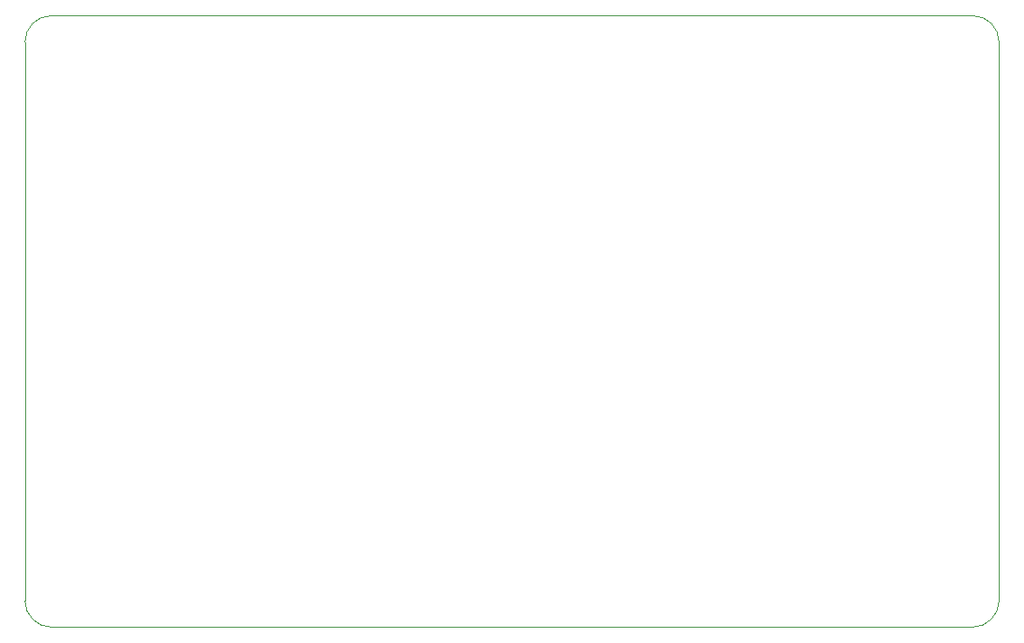
<source format=gbr>
%TF.GenerationSoftware,KiCad,Pcbnew,(6.0.0)*%
%TF.CreationDate,2022-09-15T20:56:53-04:00*%
%TF.ProjectId,Load_PCB_KiCAD,4c6f6164-5f50-4434-925f-4b694341442e,rev?*%
%TF.SameCoordinates,Original*%
%TF.FileFunction,Profile,NP*%
%FSLAX46Y46*%
G04 Gerber Fmt 4.6, Leading zero omitted, Abs format (unit mm)*
G04 Created by KiCad (PCBNEW (6.0.0)) date 2022-09-15 20:56:53*
%MOMM*%
%LPD*%
G01*
G04 APERTURE LIST*
%TA.AperFunction,Profile*%
%ADD10C,0.100000*%
%TD*%
G04 APERTURE END LIST*
D10*
X162970000Y-118920000D02*
G75*
G03*
X165470000Y-116420000I0J2500000D01*
G01*
X73970000Y-116420000D02*
G75*
G03*
X76470000Y-118920000I2500000J0D01*
G01*
X76470000Y-61420000D02*
G75*
G03*
X73970000Y-63920000I0J-2500000D01*
G01*
X165470000Y-63920000D02*
G75*
G03*
X162970000Y-61420000I-2500000J0D01*
G01*
X76470000Y-118920000D02*
X162970000Y-118920000D01*
X76470000Y-61420000D02*
X162970000Y-61420000D01*
X73970000Y-63920000D02*
X73970000Y-116420000D01*
X165470000Y-63920000D02*
X165470000Y-116420000D01*
M02*

</source>
